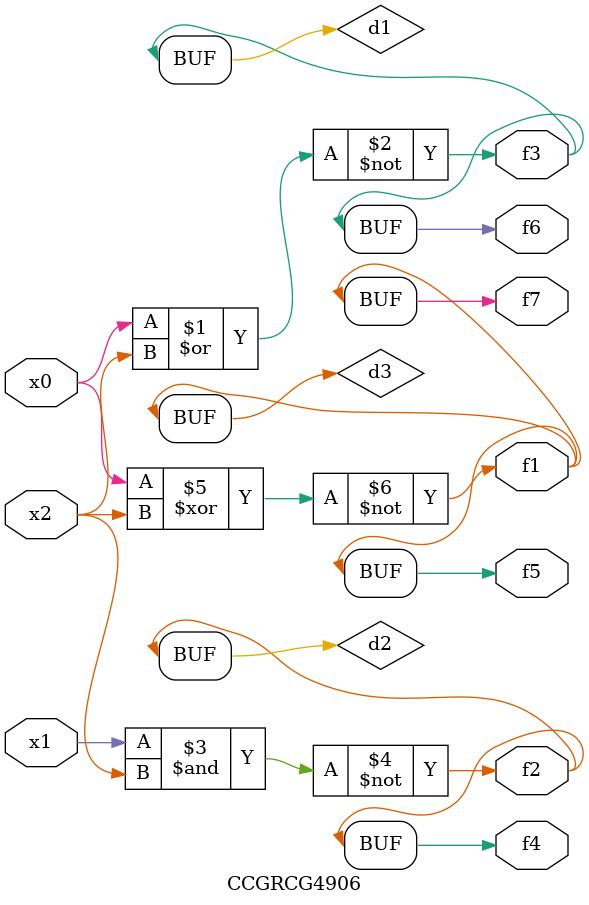
<source format=v>
module CCGRCG4906(
	input x0, x1, x2,
	output f1, f2, f3, f4, f5, f6, f7
);

	wire d1, d2, d3;

	nor (d1, x0, x2);
	nand (d2, x1, x2);
	xnor (d3, x0, x2);
	assign f1 = d3;
	assign f2 = d2;
	assign f3 = d1;
	assign f4 = d2;
	assign f5 = d3;
	assign f6 = d1;
	assign f7 = d3;
endmodule

</source>
